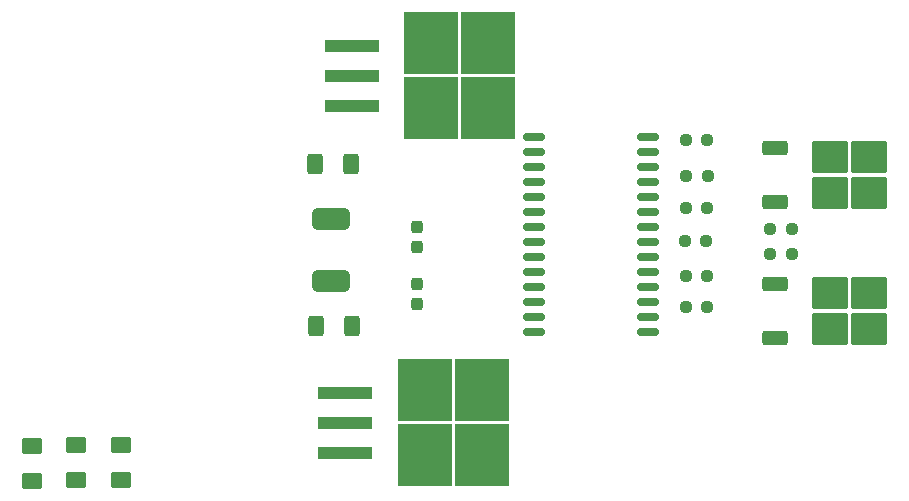
<source format=gtp>
G04 #@! TF.GenerationSoftware,KiCad,Pcbnew,9.0.7*
G04 #@! TF.CreationDate,2026-01-21T21:20:38-05:00*
G04 #@! TF.ProjectId,remote_arming,72656d6f-7465-45f6-9172-6d696e672e6b,rev?*
G04 #@! TF.SameCoordinates,Original*
G04 #@! TF.FileFunction,Paste,Top*
G04 #@! TF.FilePolarity,Positive*
%FSLAX46Y46*%
G04 Gerber Fmt 4.6, Leading zero omitted, Abs format (unit mm)*
G04 Created by KiCad (PCBNEW 9.0.7) date 2026-01-21 21:20:38*
%MOMM*%
%LPD*%
G01*
G04 APERTURE LIST*
G04 Aperture macros list*
%AMRoundRect*
0 Rectangle with rounded corners*
0 $1 Rounding radius*
0 $2 $3 $4 $5 $6 $7 $8 $9 X,Y pos of 4 corners*
0 Add a 4 corners polygon primitive as box body*
4,1,4,$2,$3,$4,$5,$6,$7,$8,$9,$2,$3,0*
0 Add four circle primitives for the rounded corners*
1,1,$1+$1,$2,$3*
1,1,$1+$1,$4,$5*
1,1,$1+$1,$6,$7*
1,1,$1+$1,$8,$9*
0 Add four rect primitives between the rounded corners*
20,1,$1+$1,$2,$3,$4,$5,0*
20,1,$1+$1,$4,$5,$6,$7,0*
20,1,$1+$1,$6,$7,$8,$9,0*
20,1,$1+$1,$8,$9,$2,$3,0*%
G04 Aperture macros list end*
%ADD10RoundRect,0.237500X0.237500X-0.300000X0.237500X0.300000X-0.237500X0.300000X-0.237500X-0.300000X0*%
%ADD11RoundRect,0.342308X1.232692X-0.547692X1.232692X0.547692X-1.232692X0.547692X-1.232692X-0.547692X0*%
%ADD12RoundRect,0.237500X-0.250000X-0.237500X0.250000X-0.237500X0.250000X0.237500X-0.250000X0.237500X0*%
%ADD13RoundRect,0.250001X0.624999X-0.462499X0.624999X0.462499X-0.624999X0.462499X-0.624999X-0.462499X0*%
%ADD14RoundRect,0.237500X0.250000X0.237500X-0.250000X0.237500X-0.250000X-0.237500X0.250000X-0.237500X0*%
%ADD15RoundRect,0.250000X-1.275000X-1.125000X1.275000X-1.125000X1.275000X1.125000X-1.275000X1.125000X0*%
%ADD16RoundRect,0.250000X-0.850000X-0.350000X0.850000X-0.350000X0.850000X0.350000X-0.850000X0.350000X0*%
%ADD17R,4.550000X5.250000*%
%ADD18R,4.600000X1.100000*%
%ADD19RoundRect,0.250000X0.400000X0.625000X-0.400000X0.625000X-0.400000X-0.625000X0.400000X-0.625000X0*%
%ADD20RoundRect,0.237500X-0.237500X0.300000X-0.237500X-0.300000X0.237500X-0.300000X0.237500X0.300000X0*%
%ADD21RoundRect,0.150000X-0.750000X-0.150000X0.750000X-0.150000X0.750000X0.150000X-0.750000X0.150000X0*%
G04 APERTURE END LIST*
D10*
G04 #@! TO.C,C2*
X141630400Y-93875700D03*
X141630400Y-92150700D03*
G04 #@! TD*
D11*
G04 #@! TO.C,F1*
X134315200Y-96700500D03*
X134315200Y-91470500D03*
G04 #@! TD*
D12*
G04 #@! TO.C,R26*
X164365500Y-96306500D03*
X166190500Y-96306500D03*
G04 #@! TD*
D13*
G04 #@! TO.C,DR1*
X109034400Y-113623600D03*
X109034400Y-110648600D03*
G04 #@! TD*
D12*
G04 #@! TO.C,R30*
X164315500Y-93356500D03*
X166140500Y-93356500D03*
G04 #@! TD*
D14*
G04 #@! TO.C,R28*
X166190300Y-90500200D03*
X164365300Y-90500200D03*
G04 #@! TD*
G04 #@! TO.C,R31*
X173378500Y-92307500D03*
X171553500Y-92307500D03*
G04 #@! TD*
D15*
G04 #@! TO.C,Q4*
X176583000Y-86216500D03*
X176583000Y-89266500D03*
X179933000Y-86216500D03*
X179933000Y-89266500D03*
D16*
X171958000Y-85461500D03*
X171958000Y-90021500D03*
G04 #@! TD*
D17*
G04 #@! TO.C,D2*
X142826000Y-76559500D03*
X142826000Y-82109500D03*
X147676000Y-76559500D03*
X147676000Y-82109500D03*
D18*
X136101000Y-79334500D03*
X136101000Y-76794500D03*
X136101000Y-81874500D03*
G04 #@! TD*
D12*
G04 #@! TO.C,R32*
X171553500Y-94466500D03*
X173378500Y-94466500D03*
G04 #@! TD*
G04 #@! TO.C,R25*
X164365300Y-84810600D03*
X166190300Y-84810600D03*
G04 #@! TD*
D15*
G04 #@! TO.C,Q5*
X176574000Y-97713000D03*
X176574000Y-100763000D03*
X179924000Y-97713000D03*
X179924000Y-100763000D03*
D16*
X171949000Y-96958000D03*
X171949000Y-101518000D03*
G04 #@! TD*
D13*
G04 #@! TO.C,DW1*
X116529400Y-113590600D03*
X116529400Y-110615600D03*
G04 #@! TD*
D17*
G04 #@! TO.C,D3*
X142301000Y-105934500D03*
X142301000Y-111484500D03*
X147151000Y-105934500D03*
X147151000Y-111484500D03*
D18*
X135576000Y-108709500D03*
X135576000Y-106169500D03*
X135576000Y-111249500D03*
G04 #@! TD*
D19*
G04 #@! TO.C,R14*
X136078000Y-86846500D03*
X132978000Y-86846500D03*
G04 #@! TD*
D13*
G04 #@! TO.C,DB1*
X112784400Y-113603100D03*
X112784400Y-110628100D03*
G04 #@! TD*
D20*
G04 #@! TO.C,C3*
X141608000Y-96978300D03*
X141608000Y-98703300D03*
G04 #@! TD*
D21*
G04 #@! TO.C,U2*
X151560000Y-84540000D03*
X151560000Y-85810000D03*
X151560000Y-87080000D03*
X151560000Y-88350000D03*
X151560000Y-89620000D03*
X151560000Y-90890000D03*
X151560000Y-92160000D03*
X151560000Y-93430000D03*
X151560000Y-94700000D03*
X151560000Y-95970000D03*
X151560000Y-97240000D03*
X151560000Y-98510000D03*
X151560000Y-99780000D03*
X151560000Y-101050000D03*
X161160000Y-101050000D03*
X161160000Y-99780000D03*
X161160000Y-98510000D03*
X161160000Y-97240000D03*
X161160000Y-95970000D03*
X161160000Y-94700000D03*
X161160000Y-93430000D03*
X161160000Y-92160000D03*
X161160000Y-90890000D03*
X161160000Y-89620000D03*
X161160000Y-88350000D03*
X161160000Y-87080000D03*
X161160000Y-85810000D03*
X161160000Y-84540000D03*
G04 #@! TD*
D19*
G04 #@! TO.C,R15*
X136170000Y-100511700D03*
X133070000Y-100511700D03*
G04 #@! TD*
D12*
G04 #@! TO.C,R29*
X164365500Y-98956500D03*
X166190500Y-98956500D03*
G04 #@! TD*
D14*
G04 #@! TO.C,R27*
X166240500Y-87806500D03*
X164415500Y-87806500D03*
G04 #@! TD*
M02*

</source>
